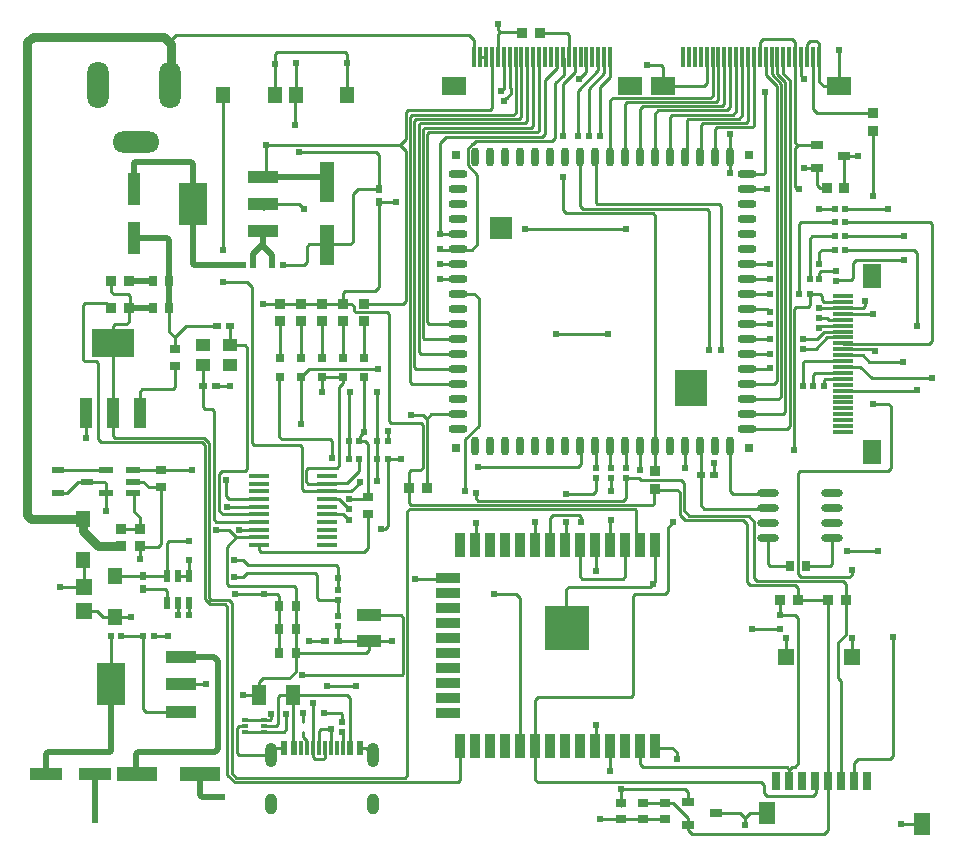
<source format=gtl>
G04 Layer: TopLayer*
G04 EasyEDA Pro v2.2.40.8, 2026-02-04 13:14:46*
G04 Gerber Generator version 0.3*
G04 Scale: 100 percent, Rotated: No, Reflected: No*
G04 Dimensions in millimeters*
G04 Leading zeros omitted, absolute positions, 4 integers and 5 decimals*
G04 Generated by one-click*
%FSLAX45Y45*%
%MOMM*%
%ADD10R,0.9X0.8*%
%ADD11R,0.8X0.9*%
%ADD12R,0.79009X0.54*%
%ADD13R,0.3X1.8*%
%ADD14R,2.0X1.5*%
%ADD15R,0.8X0.8*%
%ADD16R,1.0X0.8*%
%ADD17R,0.56566X0.54*%
%ADD18R,0.8652X0.80648*%
%ADD19R,0.86401X0.80648*%
%ADD20R,0.80648X0.86401*%
%ADD21R,0.54X0.56566*%
%ADD22O,1.74201X0.36401*%
%ADD23O,1.6118X0.7318*%
%ADD24O,0.7318X1.6118*%
%ADD25R,1.98X1.98*%
%ADD26R,2.67X3.02*%
%ADD27R,0.635X0.635*%
%ADD28R,1.3X1.05*%
%ADD29R,1.1X2.79999*%
%ADD30R,2.49999X1.1*%
%ADD31R,2.34X3.59999*%
%ADD32R,2.79999X1.1*%
%ADD33R,1.2X3.49999*%
%ADD34R,3.49999X1.2*%
%ADD35R,0.6X1.15001*%
%ADD36R,0.3X1.15001*%
%ADD37O,1.0X1.8*%
%ADD38O,1.0X2.1*%
%ADD39R,0.5X0.3*%
%ADD40R,1.1X2.49999*%
%ADD41R,3.59999X2.34*%
%ADD42R,0.532X1.07201*%
%ADD43R,1.157X0.48999*%
%ADD44R,1.175X0.48999*%
%ADD45O,1.865X0.63*%
%ADD46R,1.23X1.35999*%
%ADD47R,1.07X0.6*%
%ADD48R,2.0X1.0*%
%ADD49O,1.8X3.99999*%
%ADD50O,3.99999X1.8*%
%ADD51R,0.8X1.5*%
%ADD52R,1.4X1.4*%
%ADD53R,1.4X1.9*%
%ADD54R,1.19009X1.72799*%
%ADD55R,1.2X1.4*%
%ADD56R,1.8X0.3*%
%ADD57R,1.5X2.0*%
%ADD58R,1.35001X1.41*%
%ADD59R,0.54X0.79009*%
%ADD60R,0.9X2.0*%
%ADD61R,2.0X0.9*%
%ADD62R,3.69999X3.69999*%
%ADD63C,0.61*%
%ADD64C,0.254*%
%ADD65C,0.508*%
%ADD66C,0.762*%
G75*


G04 Pad Start*
G54D10*
G01X18415000Y5078882D03*
G01X18415000Y4938878D03*
G54D11*
G01X17804282Y4155440D03*
G01X17664278Y4155440D03*
G54D12*
G01X17245228Y6527800D03*
G01X17136212Y6527800D03*
G01X17123308Y6019800D03*
G01X17014292Y6019800D03*
G01X21339708Y5267960D03*
G01X21230692Y5267960D03*
G54D13*
G01X19313208Y8809292D03*
G01X19363220Y8809292D03*
G01X19413207Y8809292D03*
G01X19463220Y8809292D03*
G01X19513207Y8809292D03*
G01X19563220Y8809292D03*
G01X19613207Y8809292D03*
G01X19663220Y8809292D03*
G01X19713207Y8809292D03*
G01X19763219Y8809292D03*
G01X19813207Y8809292D03*
G01X19863219Y8809292D03*
G54D14*
G01X20633195Y8564309D03*
G01X19143205Y8564309D03*
G54D13*
G01X19913206Y8809292D03*
G01X19963194Y8809292D03*
G01X20013206Y8809292D03*
G01X20063193Y8809292D03*
G01X20113206Y8809292D03*
G01X20163193Y8809292D03*
G01X20213206Y8809292D03*
G01X20263193Y8809292D03*
G01X20313206Y8809292D03*
G01X20363193Y8809292D03*
G01X20413205Y8809292D03*
G01X20463193Y8809292D03*
G54D15*
G01X18380850Y6094948D03*
G01X18380164Y6254867D03*
G01X18203050Y6094948D03*
G01X18202364Y6254867D03*
G01X18025250Y6094948D03*
G01X18024564Y6254867D03*
G01X17669650Y6094948D03*
G01X17668964Y6254867D03*
G01X17847450Y6094948D03*
G01X17846764Y6254867D03*
G54D16*
G01X22216679Y7870439D03*
G01X22446681Y7965435D03*
G01X22216679Y8060441D03*
G54D17*
G01X18254878Y5405120D03*
G01X18341442Y5405120D03*
G54D19*
G01X18380512Y6720152D03*
G01X18380512Y6569479D03*
G01X18202712Y6720152D03*
G01X18202712Y6569479D03*
G01X18024912Y6720152D03*
G01X18024912Y6569479D03*
G54D17*
G01X18341442Y5552440D03*
G01X18254878Y5552440D03*
G54D20*
G01X18761304Y5161280D03*
G01X18911976Y5161280D03*
G01X22307144Y4206240D03*
G01X22457816Y4206240D03*
G01X22051416Y4206240D03*
G01X21900744Y4206240D03*
G54D19*
G01X16322040Y4664304D03*
G01X16322040Y4814976D03*
G01X20843240Y5151984D03*
G01X20843240Y5302656D03*
G54D20*
G01X19716344Y9011920D03*
G01X19867016Y9011920D03*
G54D21*
G01X20340320Y5326482D03*
G01X20340320Y5239918D03*
G01X20467320Y5326482D03*
G01X20467320Y5239918D03*
G01X20594320Y5326482D03*
G01X20594320Y5239918D03*
G54D17*
G01X18493638Y5405120D03*
G01X18580202Y5405120D03*
G01X18580202Y5552440D03*
G01X18493638Y5552440D03*
G54D19*
G01X17669312Y6720152D03*
G01X17669312Y6569479D03*
G01X17847112Y6720152D03*
G01X17847112Y6569479D03*
G54D22*
G01X18067096Y4675734D03*
G01X18067096Y4740732D03*
G01X18067096Y4805731D03*
G01X18067096Y4870729D03*
G01X18067096Y4935753D03*
G01X18067096Y5000752D03*
G01X18067096Y5065751D03*
G01X18067096Y5130749D03*
G01X18067096Y5195748D03*
G01X18067096Y5260746D03*
G01X17492904Y4675734D03*
G01X17492904Y4740732D03*
G01X17492904Y4805731D03*
G01X17492904Y4870729D03*
G01X17492904Y4935753D03*
G01X17492904Y5000752D03*
G01X17492904Y5065751D03*
G01X17492904Y5130749D03*
G01X17492904Y5195748D03*
G01X17492904Y5260746D03*
G54D23*
G01X19176280Y7815580D03*
G01X19176280Y7688580D03*
G01X19176280Y7561580D03*
G01X19176280Y7434580D03*
G01X19176280Y7307580D03*
G01X19176280Y7180580D03*
G01X19176280Y7053580D03*
G01X19176280Y6926580D03*
G01X19176280Y6799580D03*
G01X19176280Y6672580D03*
G01X19176280Y6545580D03*
G01X19176280Y6418580D03*
G01X19176280Y6291580D03*
G01X19176280Y6164580D03*
G01X19176280Y6037580D03*
G01X19176280Y5910580D03*
G01X19176280Y5783580D03*
G01X19176280Y5656580D03*
G54D24*
G01X19321780Y5511080D03*
G01X19448780Y5511080D03*
G01X19575780Y5511080D03*
G01X19702780Y5511080D03*
G01X19829780Y5511080D03*
G01X19956780Y5511080D03*
G01X20083780Y5511080D03*
G01X20210780Y5511080D03*
G01X20337780Y5511080D03*
G01X20464780Y5511080D03*
G01X20591780Y5511080D03*
G01X20718780Y5511080D03*
G01X20845780Y5511080D03*
G01X20972780Y5511080D03*
G01X21099780Y5511080D03*
G01X21226780Y5511080D03*
G01X21353780Y5511080D03*
G01X21480780Y5511080D03*
G54D23*
G01X21626280Y5656580D03*
G01X21626280Y5783580D03*
G01X21626280Y5910580D03*
G01X21626280Y6037580D03*
G01X21626280Y6164580D03*
G01X21626280Y6291580D03*
G01X21626280Y6418580D03*
G01X21626280Y6545580D03*
G01X21626280Y6672580D03*
G01X21626280Y6799580D03*
G01X21626280Y6926580D03*
G01X21626280Y7053580D03*
G01X21626280Y7180580D03*
G01X21626280Y7307580D03*
G01X21626280Y7434580D03*
G01X21626280Y7561580D03*
G01X21626280Y7688580D03*
G01X21626280Y7815580D03*
G54D24*
G01X21480780Y7961080D03*
G01X21353780Y7961080D03*
G01X21226780Y7961080D03*
G01X21099780Y7961080D03*
G01X20972780Y7961080D03*
G01X20845780Y7961080D03*
G01X20718780Y7961080D03*
G01X20591780Y7961080D03*
G01X20464780Y7961080D03*
G01X20337780Y7961080D03*
G01X20210780Y7961080D03*
G01X20083780Y7961080D03*
G01X19956780Y7961080D03*
G01X19829780Y7961080D03*
G01X19702780Y7961080D03*
G01X19575780Y7961080D03*
G01X19448780Y7961080D03*
G01X19321780Y7961080D03*
G54D25*
G01X19537280Y7361080D03*
G54D26*
G01X21148280Y6002080D03*
G54D27*
G01X21639530Y7974330D03*
G01X21639530Y5497830D03*
G01X19163030Y7974330D03*
G01X19163030Y5497830D03*
G54D28*
G01X17014760Y6196460D03*
G01X17244760Y6196460D03*
G01X17244760Y6371460D03*
G01X17014760Y6371460D03*
G54D29*
G01X16428720Y7692847D03*
G01X16428720Y7272833D03*
G54D17*
G01X17355718Y7045960D03*
G01X17442282Y7045960D03*
G01X17604638Y7045960D03*
G01X17691202Y7045960D03*
G54D20*
G01X22447656Y7696200D03*
G01X22296984Y7696200D03*
G54D30*
G01X17523275Y7334123D03*
G01X17523275Y7564120D03*
G01X17523275Y7794117D03*
G54D31*
G01X16929283Y7564120D03*
G54D32*
G01X15685313Y2738120D03*
G01X16105327Y2738120D03*
G54D17*
G01X16512438Y3906520D03*
G01X16599002Y3906520D03*
G01X16238118Y3906520D03*
G01X16324682Y3906520D03*
G54D30*
G01X16832395Y3265043D03*
G01X16832395Y3495040D03*
G01X16832395Y3725037D03*
G54D31*
G01X16238403Y3495040D03*
G54D33*
G01X18064467Y7215853D03*
G01X18064467Y7749837D03*
G54D34*
G01X16990347Y2733027D03*
G01X16456363Y2733027D03*
G54D35*
G01X17703825Y2954045D03*
G01X17783835Y2954045D03*
G01X18343829Y2954045D03*
G01X18263845Y2954045D03*
G54D36*
G01X18198846Y2954045D03*
G01X18148833Y2954045D03*
G01X18098846Y2954045D03*
G01X18048834Y2954045D03*
G01X17998846Y2954045D03*
G01X17948834Y2954045D03*
G01X17898847Y2954045D03*
G01X17848834Y2954045D03*
G54D37*
G01X18455843Y2481555D03*
G01X17591837Y2481555D03*
G54D38*
G01X18455843Y2896540D03*
G01X17591837Y2896540D03*
G54D39*
G01X17534877Y3144520D03*
G01X17374883Y3144520D03*
G01X17374883Y3094520D03*
G01X17374883Y3194520D03*
G01X17534877Y3094520D03*
G01X17534877Y3194520D03*
G54D40*
G01X16026003Y5793925D03*
G01X16256000Y5793925D03*
G01X16485997Y5793925D03*
G54D41*
G01X16256000Y6387917D03*
G54D16*
G01X21364550Y2402840D03*
G01X21124570Y2307844D03*
G01X21124570Y2497836D03*
G54D42*
G01X16709644Y4182770D03*
G01X16804640Y4182770D03*
G01X16899636Y4182770D03*
G01X16899636Y4412590D03*
G01X16804640Y4412590D03*
G01X16709644Y4412590D03*
G54D43*
G01X16427247Y5117084D03*
G01X16427247Y5212080D03*
G01X16427247Y5307076D03*
G54D44*
G01X16196513Y5307076D03*
G01X16196513Y5117084D03*
G54D45*
G01X21802931Y5113244D03*
G01X21802931Y4986244D03*
G01X21802931Y4859244D03*
G01X21802931Y4732244D03*
G01X22339430Y5113244D03*
G01X22339430Y4986244D03*
G01X22339430Y4859244D03*
G01X22339430Y4732244D03*
G54D46*
G01X17185589Y8483600D03*
G01X17622571Y8483600D03*
G01X17800269Y8483600D03*
G01X18237251Y8483600D03*
G54D21*
G01X18196560Y3091078D03*
G01X18196560Y3177642D03*
G54D17*
G01X22456242Y7406640D03*
G01X22369678Y7406640D03*
G01X22456242Y7289800D03*
G01X22369678Y7289800D03*
G01X22456242Y7172960D03*
G01X22369678Y7172960D03*
G01X22456242Y7523480D03*
G01X22369678Y7523480D03*
G54D21*
G01X22372320Y6911238D03*
G01X22372320Y6997802D03*
G54D20*
G01X16390448Y6686187D03*
G01X16239775Y6686187D03*
G01X16239775Y6908800D03*
G01X16390448Y6908800D03*
G54D19*
G01X22692360Y8335416D03*
G01X22692360Y8184744D03*
G54D21*
G01X18161000Y4295242D03*
G01X18161000Y4208678D03*
G01X18161000Y3990238D03*
G01X18161000Y4076802D03*
G54D19*
G01X16479520Y4814976D03*
G01X16479520Y4664304D03*
G54D47*
G01X15788698Y5307263D03*
G01X15788698Y5117271D03*
G01X16035713Y5212267D03*
G54D48*
G01X18425160Y3862553D03*
G01X18425160Y4082567D03*
G54D49*
G01X16128799Y8566125D03*
G01X16738798Y8566125D03*
G54D50*
G01X16448799Y8086115D03*
G54D51*
G01X22641016Y2675021D03*
G01X22531017Y2675021D03*
G01X22421017Y2675021D03*
G01X22311017Y2675021D03*
G01X22201017Y2675021D03*
G01X22091018Y2675021D03*
G01X21981018Y2675021D03*
G01X21871018Y2675024D03*
G54D52*
G01X21956022Y3725019D03*
G01X22516021Y3725019D03*
G54D53*
G01X23106017Y2310018D03*
G01X21791021Y2410021D03*
G54D54*
G01X17493259Y3408680D03*
G01X17782261Y3408680D03*
G54D55*
G01X16271240Y4068293D03*
G01X16271240Y4415307D03*
G01X16002000Y4897907D03*
G01X16002000Y4550893D03*
G54D56*
G01X22432709Y5632768D03*
G01X22432709Y5682780D03*
G01X22432709Y5732767D03*
G01X22432709Y5782780D03*
G01X22432709Y5832767D03*
G01X22432709Y5882780D03*
G01X22432709Y5932767D03*
G01X22432709Y5982780D03*
G01X22432709Y6032767D03*
G01X22432709Y6082779D03*
G01X22432709Y6132767D03*
G01X22432709Y6182779D03*
G54D57*
G01X22677692Y6952755D03*
G01X22677692Y5462765D03*
G54D56*
G01X22432709Y6232766D03*
G01X22432709Y6282754D03*
G01X22432709Y6332766D03*
G01X22432709Y6382753D03*
G01X22432709Y6432766D03*
G01X22432709Y6482753D03*
G01X22432709Y6532766D03*
G01X22432709Y6582753D03*
G01X22432709Y6632766D03*
G01X22432709Y6682753D03*
G01X22432709Y6732765D03*
G01X22432709Y6782753D03*
G54D13*
G01X21081048Y8809292D03*
G01X21131060Y8809292D03*
G01X21181047Y8809292D03*
G01X21231060Y8809292D03*
G01X21281047Y8809292D03*
G01X21331060Y8809292D03*
G01X21381047Y8809292D03*
G01X21431060Y8809292D03*
G01X21481047Y8809292D03*
G01X21531059Y8809292D03*
G01X21581047Y8809292D03*
G01X21631059Y8809292D03*
G54D14*
G01X22401035Y8564309D03*
G01X20911045Y8564309D03*
G54D13*
G01X21681046Y8809292D03*
G01X21731034Y8809292D03*
G01X21781046Y8809292D03*
G01X21831033Y8809292D03*
G01X21881046Y8809292D03*
G01X21931033Y8809292D03*
G01X21981046Y8809292D03*
G01X22031033Y8809292D03*
G01X22081046Y8809292D03*
G01X22131033Y8809292D03*
G01X22181045Y8809292D03*
G01X22231033Y8809292D03*
G54D10*
G01X16657320Y5307482D03*
G01X16657320Y5167478D03*
G54D11*
G01X17804282Y3962400D03*
G01X17664278Y3962400D03*
G01X16592408Y6908800D03*
G01X16732413Y6908800D03*
G01X16732402Y6680200D03*
G01X16592398Y6680200D03*
G54D10*
G01X16779240Y6333642D03*
G01X16779240Y6193638D03*
G01X20929600Y2493162D03*
G01X20929600Y2353158D03*
G01X20741640Y2493162D03*
G01X20741640Y2353158D03*
G01X20553680Y2493162D03*
G01X20553680Y2353158D03*
G54D12*
G01X18159628Y3860800D03*
G01X18050612Y3860800D03*
G54D11*
G01X17804282Y3764280D03*
G01X17664278Y3764280D03*
G54D58*
G01X16007080Y4116400D03*
G01X16007080Y4316400D03*
G54D59*
G01X16504920Y4304132D03*
G01X16504920Y4413148D03*
G54D11*
G01X22125943Y4501104D03*
G01X21985938Y4501104D03*
G54D59*
G01X18506440Y7689748D03*
G01X18506440Y7580732D03*
G54D60*
G01X20844980Y2975229D03*
G01X20717980Y2975229D03*
G01X20590980Y2975229D03*
G01X20463980Y2975229D03*
G01X20336980Y2975229D03*
G01X20209980Y2975229D03*
G01X20082980Y2975229D03*
G01X19955980Y2975229D03*
G01X19828980Y2975229D03*
G01X19701980Y2975229D03*
G01X19574980Y2975229D03*
G01X19447980Y2975229D03*
G01X19320980Y2975229D03*
G01X19193980Y2975229D03*
G54D61*
G01X19093980Y3253740D03*
G01X19093980Y3380740D03*
G01X19093980Y3507740D03*
G01X19093980Y3634740D03*
G01X19093980Y3761740D03*
G01X19093980Y3888740D03*
G01X19093980Y4015740D03*
G01X19093980Y4142740D03*
G01X19093980Y4269740D03*
G01X19093980Y4396740D03*
G54D60*
G01X19193980Y4675251D03*
G01X19320980Y4675251D03*
G01X19447980Y4675251D03*
G01X19574980Y4675251D03*
G01X19701980Y4675251D03*
G01X19828980Y4675251D03*
G01X19955980Y4675251D03*
G01X20082980Y4675251D03*
G01X20209980Y4675251D03*
G01X20336980Y4675251D03*
G01X20463980Y4675251D03*
G01X20590980Y4675251D03*
G01X20717980Y4675251D03*
G01X20844980Y4675251D03*
G54D62*
G01X20094994Y3975227D03*
G04 Pad End*

G04 Via Start*
G54D63*
G01X16403842Y4063193D03*
G01X18161000Y4399631D03*
G01X16479520Y4554419D03*
G01X16804640Y4085153D03*
G01X16026003Y5582920D03*
G01X17246600Y6019800D03*
G01X18105120Y5410200D03*
G01X17847450Y5699760D03*
G01X20462240Y2763520D03*
G01X17825720Y8001000D03*
G01X17622571Y8747760D03*
G01X18237251Y8752840D03*
G01X22108160Y8620760D03*
G01X21772880Y8509000D03*
G01X18025250Y5974080D03*
G01X19019520Y7178040D03*
G01X17805400Y8752840D03*
G01X21478240Y8153400D03*
G01X20773885Y8742680D03*
G01X22401035Y8864600D03*
G01X21346160Y5369560D03*
G01X17317720Y4805731D03*
G01X18252440Y5068722D03*
G01X17216120Y4998720D03*
G01X17947640Y3335040D03*
G01X17526000Y6718300D03*
G01X16921480Y5308600D03*
G01X17213560Y5227320D03*
G01X18100040Y3119120D03*
G01X17795189Y8229651D03*
G01X18252440Y4978400D03*
G01X22565360Y7965435D03*
G01X19542900Y8519300D03*
G01X19512280Y9088120D03*
G01X18648680Y7579360D03*
G01X18501360Y6162040D03*
G01X19024600Y7051040D03*
G01X17856200Y3571371D03*
G01X16901160Y4709160D03*
G01X17287240Y4264841D03*
G01X16901160Y4551680D03*
G01X15803880Y4323080D03*
G01X18613320Y3860800D03*
G01X16196513Y4963160D03*
G01X17124680Y4805680D03*
G01X16732413Y7035800D03*
G01X17546320Y8061960D03*
G01X22062440Y6802120D03*
G01X21818600Y6797040D03*
G01X21818600Y6924040D03*
G01X22153880Y6924040D03*
G01X21818600Y7056120D03*
G01X22235160Y7056120D03*
G01X22153880Y6802120D03*
G01X21818600Y6172200D03*
G01X22230080Y6680200D03*
G01X21818600Y6294120D03*
G01X22230080Y6597993D03*
G01X22230080Y6516713D03*
G01X21818600Y6421120D03*
G01X22092920Y6416040D03*
G01X21818600Y6543040D03*
G01X22092920Y6334760D03*
G01X21818600Y6644640D03*
G01X20378420Y8138160D03*
G01X19827240Y4869160D03*
G01X20284440Y8138160D03*
G01X20187920Y8138160D03*
G01X20086320Y4871680D03*
G01X20218400Y4871680D03*
G01X19563080Y8437880D03*
G01X21097240Y5328920D03*
G01X19237241Y5135880D03*
G01X20467320Y4886960D03*
G01X18252440Y4886960D03*
G01X18521680Y4810760D03*
G01X19024600Y7307580D03*
G01X18257520Y5974080D03*
G01X20995640Y4866640D03*
G01X20467320Y5130800D03*
G01X22509480Y4460240D03*
G01X19344640Y5334000D03*
G01X21402040Y6324600D03*
G01X22092920Y6019800D03*
G01X21300440Y6324600D03*
G01X22179280Y6019800D03*
G01X22951440Y7289800D03*
G01X23185120Y6085840D03*
G01X23058643Y6527800D03*
G01X23058120Y5984240D03*
G01X22270720Y6019800D03*
G01X22951440Y7086600D03*
G01X22941280Y6228080D03*
G01X20060920Y7792720D03*
G01X20060920Y8138160D03*
G01X22692360Y7630160D03*
G01X22692360Y6634480D03*
G01X18780760Y5775960D03*
G01X18342699Y5211089D03*
G01X20718780Y5308600D03*
G01X22854920Y3896360D03*
G01X19024600Y6929120D03*
G01X18491200Y5974080D03*
G01X18582640Y5638800D03*
G01X20088880Y5110480D03*
G01X19324320Y4861560D03*
G01X19324320Y5115560D03*
G01X22103080Y7870439D03*
G01X21478240Y7824719D03*
G01X21788120Y7686040D03*
G01X22062440Y7686040D03*
G01X21900744Y4084320D03*
G01X18493638Y5217160D03*
G01X20340320Y3154680D03*
G01X22235160Y7523480D03*
G01X22621240Y6741160D03*
G01X22235160Y6924040D03*
G01X22819360Y7523480D03*
G01X22016720Y5481320D03*
G01X20340320Y4455160D03*
G01X20203160Y8623481D03*
G01X16901160Y4084320D03*
G01X18380850Y5635965D03*
G01X18689320Y5405120D03*
G01X21666200Y3967480D03*
G01X21899880Y3967480D03*
G01X20553680Y2611541D03*
G01X17185589Y7172960D03*
G01X17185589Y6898640D03*
G01X22692360Y5872480D03*
G01X17282160Y4404360D03*
G01X17139920Y3398520D03*
G01X17358360Y3403600D03*
G01X16105327Y2346960D03*
G01X16723784Y3906520D03*
G01X21605240Y2306320D03*
G01X20380960Y2357120D03*
G01X17038320Y3495040D03*
G01X22727920Y4627880D03*
G01X22468840Y4627880D03*
G01X22702520Y6314440D03*
G01X20594320Y7350760D03*
G01X19740880Y7350760D03*
G01X17871440Y7523480D03*
G01X17282160Y4546600D03*
G01X21026120Y2865120D03*
G01X17723860Y3241040D03*
G01X17592040Y3241040D03*
G01X17866360Y3256280D03*
G01X18811240Y4391660D03*
G01X17917160Y3860800D03*
G01X17532315Y4264841D03*
G01X18039080Y3256280D03*
G01X18069560Y3484880D03*
G01X18313400Y3484880D03*
G01X22926040Y2316480D03*
G01X21955760Y3891280D03*
G01X22516021Y3891280D03*
G01X19481800Y4262120D03*
G01X20823333Y4343813D03*
G01X20005040Y6461760D03*
G01X20447000Y6461760D03*
G01X17175480Y2540000D03*
G04 Via End*

G04 Track Start*
G54D64*
G01X21229320Y7963620D02*
G01X21226780Y7961080D01*
G01X21112480Y7973780D02*
G01X21099780Y7961080D01*
G01X21281047Y8809292D02*
G01X21281047Y8586127D01*
G01X19663220Y8809292D02*
G01X19663220Y8334820D01*
G01X19644361Y8315961D01*
G01X19713207Y8809292D02*
G01X19713207Y8298447D01*
G01X19695240Y8280480D01*
G01X17669312Y6569479D02*
G01X17669312Y6255215D01*
G01X17668964Y6254867D01*
G01X17846764Y6254867D02*
G01X17847112Y6255215D01*
G01X17847112Y6569479D01*
G01X18024912Y6569479D02*
G01X18024912Y6255215D01*
G01X18024564Y6254867D01*
G01X18202364Y6254867D02*
G01X18202364Y6569131D01*
G01X18202712Y6569479D01*
G01X18380512Y6569479D02*
G01X18380512Y6255215D01*
G01X18380164Y6254867D01*
G01X18392370Y5552440D02*
G01X18341442Y5552440D01*
G01X18416338Y5528472D02*
G01X18392370Y5552440D01*
G01X18493638Y5552440D02*
G01X18493638Y5405120D01*
G01X18254878Y5405120D02*
G01X18254878Y5552440D01*
G01X18068316Y5196967D02*
G01X18067096Y5195748D01*
G01X18344937Y5555935D02*
G01X18341442Y5552440D01*
G54D65*
G01X16592398Y6680200D02*
G01X16396434Y6680200D01*
G01X16390448Y6686187D01*
G54D64*
G01X16256000Y6530174D02*
G01X16269211Y6543385D01*
G01X16368955Y6543385D01*
G01X16389355Y6563785D01*
G01X16389355Y6685094D01*
G01X16390448Y6686187D01*
G01X16732402Y6680200D02*
G01X16733317Y6679286D01*
G01X16781767Y6433733D02*
G01X16781767Y6408333D01*
G01X16779240Y6405806D01*
G01X16779240Y6333642D01*
G01X17136212Y6527800D02*
G01X16875834Y6527800D01*
G01X16781767Y6433733D01*
G01X16733317Y6679286D02*
G01X16733317Y6482184D01*
G01X16781767Y6433733D01*
G01X17014292Y6019800D02*
G01X17014292Y6195992D01*
G01X17014760Y6196460D01*
G01X16503814Y5992578D02*
G01X16485997Y5974761D01*
G01X16485997Y5793925D01*
G01X16779240Y6193638D02*
G01X16779240Y6013001D01*
G01X16758817Y5992578D01*
G01X16503814Y5992578D01*
G01X15788698Y5117271D02*
G01X15863111Y5117271D01*
G01X15958107Y5212267D01*
G01X16197810Y5118380D02*
G01X16196513Y5117084D01*
G01X16182509Y5212267D02*
G01X16197810Y5196967D01*
G01X16197810Y5118380D01*
G01X16482363Y4661460D02*
G01X16479520Y4664304D01*
G01X16657320Y5167478D02*
G01X16657320Y4682365D01*
G01X16636415Y4661460D01*
G01X16482363Y4661460D01*
G01X16120662Y4116400D02*
G01X16007080Y4116400D01*
G01X16273399Y4413148D02*
G01X16271240Y4415307D01*
G01X16709085Y4413148D02*
G01X16709644Y4412590D01*
G01X16504920Y4304132D02*
G01X16697940Y4304132D01*
G01X16712916Y4289156D01*
G01X16712916Y4186043D01*
G01X16709644Y4182770D01*
G01X18161000Y4295242D02*
G01X18161000Y4399631D01*
G01X16173869Y4063193D02*
G01X16120662Y4116400D01*
G01X18161000Y4208678D02*
G01X18161000Y4076802D01*
G01X18159628Y3860800D02*
G01X18161000Y3862172D01*
G01X18161000Y3990238D01*
G01X16403842Y4063193D02*
G01X16173869Y4063193D01*
G01X16196513Y5307076D02*
G01X15788886Y5307076D01*
G01X15788698Y5307263D01*
G54D66*
G01X16002000Y4897907D02*
G01X15564333Y4897907D01*
G01X15529560Y4932680D01*
G01X16322040Y4664304D02*
G01X16127841Y4664304D01*
G01X16002000Y4790144D01*
G01X16002000Y4897907D01*
G54D64*
G01X16427247Y5212080D02*
G01X16510000Y5212080D01*
G01X16555720Y5166360D01*
G01X16656202Y5166360D01*
G01X16657320Y5167478D01*
G01X16026003Y5793925D02*
G01X16026003Y5582920D01*
G01X17123308Y6019800D02*
G01X17246600Y6019800D01*
G01X17245228Y6527800D02*
G01X17245228Y6371928D01*
G01X18171160Y5350650D02*
G01X18149430Y5328920D01*
G01X18203050Y6045200D02*
G01X18171160Y6013310D01*
G01X18171160Y5350650D01*
G01X18025250Y6094948D02*
G01X18203050Y6094948D01*
G01X18203050Y6045200D01*
G01X17622571Y8483600D02*
G01X17622571Y8747760D01*
G01X18237251Y8483600D02*
G01X18237251Y8752840D01*
G01X22231033Y8599488D02*
G01X22270720Y8559800D01*
G01X22396526Y8559800D01*
G01X22401035Y8564309D01*
G01X21628820Y5908040D02*
G01X21626280Y5910580D01*
G01X21628820Y5781040D02*
G01X21626280Y5783580D01*
G01X22081046Y8809292D02*
G01X22081046Y8647875D01*
G01X22108160Y8620760D01*
G01X18770640Y6055320D02*
G01X18788380Y6037580D01*
G01X19176280Y6037580D01*
G01X18806240Y6182280D02*
G01X18823940Y6164580D01*
G01X19176280Y6164580D01*
G01X18841840Y6309240D02*
G01X18859500Y6291580D01*
G01X19176280Y6291580D01*
G01X18877440Y6431120D02*
G01X18889980Y6418580D01*
G01X19176280Y6418580D01*
G01X18913039Y6563161D02*
G01X18930620Y6545580D01*
G01X19176280Y6545580D01*
G01X18928080Y8168640D02*
G01X18913039Y8153599D01*
G01X18913039Y6563161D01*
G01X19863219Y8809292D02*
G01X19863219Y8184299D01*
G01X19847560Y8168640D01*
G01X18928080Y8168640D01*
G01X19813207Y8809292D02*
G01X19813207Y8225727D01*
G01X19796760Y8209280D01*
G01X19763219Y8809292D02*
G01X19763219Y8262099D01*
G01X19746000Y8244880D01*
G01X22126166Y4500880D02*
G01X22125943Y4501104D01*
G01X21985938Y4501104D02*
G01X21980634Y4495800D01*
G01X21821321Y4495800D01*
G01X21803360Y4513761D01*
G01X21803360Y4731814D01*
G01X21802931Y4732244D01*
G01X22339430Y4732244D02*
G01X22339430Y4513710D01*
G01X22326600Y4500880D01*
G01X22126166Y4500880D01*
G01X17805400Y8488731D02*
G01X17805400Y8752840D01*
G01X17669650Y6094948D02*
G01X17664570Y6089868D01*
G01X18089880Y5572760D02*
G01X18105120Y5557520D01*
G01X18105120Y5410200D01*
G01X22401035Y8564309D02*
G01X22401035Y8864600D01*
G01X19892416Y9011920D02*
G01X20096480Y9011920D01*
G01X20113206Y8995194D01*
G01X20113206Y8809292D01*
G01X19867016Y9037320D02*
G01X19892416Y9011920D01*
G01X20337780Y5511080D02*
G01X20340320Y5508540D01*
G01X20845780Y5511080D02*
G01X20845780Y5295036D01*
G01X20843240Y5292496D01*
G01X21230692Y5267960D02*
G01X21230692Y5507168D01*
G01X21226780Y5511080D01*
G01X21339708Y5267960D02*
G01X21346160Y5274412D01*
G01X21346160Y5369560D01*
G01X18416338Y5090381D02*
G01X18416338Y5528472D01*
G01X17386481Y5321481D02*
G01X17368520Y5303520D01*
G01X17386481Y6347279D02*
G01X17386481Y5321481D01*
G01X17368520Y6365240D02*
G01X17386481Y6347279D01*
G01X17250980Y6365240D02*
G01X17368520Y6365240D01*
G01X17244760Y6371460D02*
G01X17250980Y6365240D01*
G01X16657320Y5307482D02*
G01X16427653Y5307482D01*
G01X16427247Y5307076D01*
G01X16921480Y5308600D02*
G01X16658438Y5308600D01*
G01X16657320Y5307482D01*
G01X17527852Y6720152D02*
G01X17526000Y6718300D01*
G01X18100040Y3119120D02*
G01X18100040Y3000959D01*
G01X18098846Y2999765D01*
G01X18068087Y5064760D02*
G01X18067096Y5065751D01*
G01X18025250Y6094948D02*
G01X18025250Y5974080D01*
G01X21480780Y5511080D02*
G01X21480780Y5133340D01*
G01X21503640Y5110480D01*
G01X21800167Y5110480D02*
G01X21802931Y5113244D01*
G01X21503640Y5110480D02*
G01X21800167Y5110480D01*
G01X19696951Y9017927D02*
G01X19531673Y9017927D01*
G01X19513207Y8999461D01*
G01X19513207Y8809292D01*
G01X19531673Y9017927D02*
G01X19512280Y9037320D01*
G01X19512280Y9088120D01*
G01X18648680Y7579360D02*
G01X18507812Y7579360D01*
G01X18506440Y7580732D01*
G01X18571781Y6651928D02*
G01X18589742Y6633967D01*
G01X18274245Y6720151D02*
G01X18293080Y6701315D01*
G01X18202712Y6720152D02*
G01X18274245Y6720151D01*
G01X18306112Y6651928D02*
G01X18571781Y6651928D01*
G01X18293080Y6664960D02*
G01X18306112Y6651928D01*
G01X18293080Y6701315D02*
G01X18293080Y6664960D01*
G01X17847450Y6094948D02*
G01X17915350Y6162848D01*
G01X18432406Y6162848D01*
G01X18433215Y6162040D01*
G01X18501360Y6162040D01*
G01X19024600Y7051040D02*
G01X19173740Y7051040D01*
G01X19176280Y7053580D01*
G01X17298492Y4740732D02*
G01X17492904Y4740732D01*
G01X17664278Y4155440D02*
G01X17664278Y4246880D01*
G01X16899636Y4550156D02*
G01X16901160Y4551680D01*
G01X15803880Y4323080D02*
G01X16000400Y4323080D01*
G01X16007080Y4316400D01*
G01X16007080Y4545813D01*
G01X16002000Y4550893D01*
G01X16427247Y5117084D02*
G01X16433800Y5110531D01*
G01X16433800Y4958080D01*
G01X16479520Y4912360D01*
G01X16479520Y4814976D01*
G01X16322040Y4814976D01*
G01X16196513Y5117084D02*
G01X16196513Y4963160D01*
G54D65*
G01X16592408Y6908800D02*
G01X16390448Y6908800D01*
G54D64*
G01X17124680Y4805680D02*
G01X17233544Y4805680D01*
G01X17298492Y4740732D01*
G01X19463220Y8632660D02*
G01X19463679Y8633119D01*
G01X19463679Y8808833D01*
G01X19463220Y8809292D01*
G01X19463220Y8414220D02*
G01X19463220Y8632660D01*
G01X19463403Y8414037D02*
G01X19463220Y8414220D01*
G01X18684240Y8061960D02*
G01X18735040Y8112760D01*
G01X18684240Y8061960D02*
G01X18735040Y8011160D01*
G01X18735040Y6741160D01*
G01X18714032Y6720152D01*
G01X18380512Y6720152D01*
G01X19448346Y8359321D02*
G01X19463403Y8374377D01*
G01X19463403Y8414037D01*
G01X21281047Y8586127D02*
G01X21259229Y8564309D01*
G01X20911045Y8564309D01*
G01X21781046Y8809292D02*
G01X21781046Y8658314D01*
G01X21881046Y8809292D02*
G01X21881046Y8659914D01*
G01X21931033Y8809292D02*
G01X21931033Y8665807D01*
G01X21831033Y8809292D02*
G01X21831033Y8659581D01*
G01X22369678Y7406640D02*
G01X22364598Y7411720D01*
G01X22369678Y7289800D02*
G01X22174200Y7289800D01*
G01X22153880Y7269480D01*
G01X22153880Y6924040D01*
G01X22364598Y7411720D02*
G01X22077680Y7411720D01*
G01X22062440Y7396480D01*
G01X22062440Y6802120D01*
G01X22369678Y7172960D02*
G01X22255480Y7172960D01*
G01X22235160Y7152640D01*
G01X22235160Y7056120D01*
G01X21958300Y5656580D02*
G01X21626280Y5656580D01*
G01X22232633Y6682753D02*
G01X22230080Y6680200D01*
G01X21818600Y6172200D02*
G01X21810980Y6164580D01*
G01X21626280Y6164580D01*
G01X21818600Y6294120D02*
G01X21816060Y6291580D01*
G01X21626280Y6291580D01*
G01X22432709Y6532766D02*
G01X22246133Y6532766D01*
G01X22230080Y6516713D01*
G01X21628820Y6421120D02*
G01X21626280Y6418580D01*
G01X21818600Y6421120D02*
G01X21628820Y6421120D01*
G01X21628820Y6543040D02*
G01X21626280Y6545580D01*
G01X21818600Y6543040D02*
G01X21628820Y6543040D01*
G01X21818600Y6644640D02*
G01X21790660Y6672580D01*
G01X21626280Y6672580D01*
G01X21431060Y8809292D02*
G01X21431060Y8409028D01*
G01X21412240Y8390209D01*
G01X21631059Y8809292D02*
G01X21631059Y8263588D01*
G01X21615280Y8247809D01*
G01X21681046Y8809292D02*
G01X21681046Y8227215D01*
G01X21666040Y8212209D01*
G01X20607649Y8425809D02*
G01X20591780Y8409940D01*
G01X20591780Y7961080D01*
G01X21412240Y8390209D02*
G01X20744769Y8390209D01*
G01X20718780Y8364220D01*
G01X20718780Y7961080D01*
G01X20871729Y8354609D02*
G01X20845780Y8328660D01*
G01X20845780Y7961080D01*
G01X20988529Y8319009D02*
G01X20972780Y8303260D01*
G01X20972780Y7961080D01*
G01X21125649Y8283409D02*
G01X21112480Y8270240D01*
G01X21112480Y7973780D01*
G01X21615280Y8247809D02*
G01X21247529Y8247809D01*
G01X21229320Y8229600D01*
G01X21229320Y7963620D01*
G01X21666040Y8212209D02*
G01X21369409Y8212209D01*
G01X21353780Y8196580D01*
G01X21353780Y7961080D01*
G01X21478240Y7963620D02*
G01X21478240Y8153400D01*
G01X21480780Y7961080D02*
G01X21478240Y7963620D01*
G01X21581047Y8809292D02*
G01X21581047Y8312087D01*
G01X21552369Y8283409D01*
G01X21125649Y8283409D01*
G01X21531059Y8809292D02*
G01X21531059Y8348459D01*
G01X21501609Y8319009D01*
G01X20988529Y8319009D01*
G01X21481047Y8809292D02*
G01X21481047Y8379727D01*
G01X21455929Y8354609D01*
G01X20871729Y8354609D01*
G01X21331060Y8809292D02*
G01X21331060Y8478660D01*
G01X21313809Y8461409D01*
G01X21381047Y8809292D02*
G01X21381047Y8442287D01*
G01X21364569Y8425809D01*
G01X20607649Y8425809D01*
G01X20340320Y5508540D02*
G01X20340320Y5326482D01*
G01X20464780Y5511080D02*
G01X20464780Y5329022D01*
G01X20467320Y5326482D01*
G01X20594320Y5508540D02*
G01X20591780Y5511080D01*
G01X20594320Y5326482D02*
G01X20594320Y5508540D01*
G01X19587270Y8460760D02*
G01X19585960Y8460760D01*
G01X19563080Y8437880D01*
G01X19613207Y8809292D02*
G01X19613207Y8551623D01*
G01X19176280Y5783580D02*
G01X18950940Y5783580D01*
G01X18911976Y5744616D02*
G01X18911976Y5161280D01*
G01X18950940Y5783580D02*
G01X18911976Y5744616D01*
G01X19313033Y6803110D02*
G01X19179812Y6803111D01*
G01X19350810Y6765333D02*
G01X19313033Y6803110D01*
G01X19179812Y6803111D02*
G01X19176281Y6799580D01*
G01X19075360Y8133040D02*
G01X19024600Y8082280D01*
G01X19024600Y7307580D01*
G01X19176280Y7307580D01*
G01X18257520Y5974080D02*
G01X18254878Y5971438D01*
G01X18254878Y5552440D01*
G01X19829671Y2689969D02*
G01X19849699Y2669941D01*
G01X20467320Y5130800D02*
G01X20467320Y5239918D01*
G01X19852640Y3388360D02*
G01X19829671Y3365391D01*
G01X21313809Y8461409D02*
G01X20485769Y8461409D01*
G01X20464780Y8440420D01*
G01X20464780Y7961080D01*
G01X20337780Y7961080D02*
G01X20340320Y7958540D01*
G01X22432709Y6132767D02*
G01X22195727Y6132767D01*
G01X22179280Y6116320D01*
G01X22179280Y6019800D01*
G01X20340320Y7958540D02*
G01X20340320Y7574280D01*
G01X20355560Y7559040D01*
G01X21386800Y7559040D01*
G01X21402040Y7543800D01*
G01X21402040Y6324600D01*
G01X21818600Y6797040D02*
G01X21628820Y6797040D01*
G01X21626280Y6799580D01*
G01X21818600Y6924040D02*
G01X21816060Y6926580D01*
G01X21626280Y6926580D01*
G01X21818600Y7056120D02*
G01X21816060Y7053580D01*
G01X21626280Y7053580D01*
G01X22434982Y6380480D02*
G01X22432709Y6382753D01*
G01X23185120Y6400800D02*
G01X23164800Y6380480D01*
G01X22434982Y6380480D01*
G01X23058120Y5984240D02*
G01X23056660Y5982780D01*
G01X22432709Y5982780D01*
G01X22456242Y7406640D02*
G01X23174960Y7406640D01*
G01X23185120Y7396480D01*
G01X23185120Y6400800D01*
G01X22456242Y7172960D02*
G01X23032720Y7172960D01*
G01X23058643Y7147037D01*
G01X23058643Y6527800D01*
G01X22432709Y6582753D02*
G01X22317367Y6582753D01*
G01X22377400Y6916318D02*
G01X22499320Y6916318D01*
G01X22520961Y6937959D01*
G01X22372320Y6911238D02*
G01X22377400Y6916318D01*
G01X22520961Y6937959D02*
G01X22520961Y7059879D01*
G01X22547682Y7086600D01*
G01X21760180Y7815580D02*
G01X21626280Y7815580D01*
G01X20013206Y8809292D02*
G01X20013206Y8710206D01*
G01X19913600Y8610600D01*
G01X19913600Y8158480D01*
G01X19888160Y8133040D01*
G01X19075360Y8133040D01*
G01X20210780Y7961080D02*
G01X20210780Y7546300D01*
G01X20233640Y7523440D01*
G01X20845780Y7465060D02*
G01X20845780Y5511080D01*
G01X20823000Y7487840D02*
G01X20845780Y7465060D01*
G01X20086320Y7487840D02*
G01X20823000Y7487840D01*
G01X20233640Y7523440D02*
G01X21280160Y7523440D01*
G01X21300440Y7503160D01*
G01X21300440Y6324600D01*
G01X20060920Y8138160D02*
G01X20060920Y8575040D01*
G01X20163193Y8677313D01*
G01X20163193Y8809292D01*
G01X20284440Y8138160D02*
G01X20284440Y8539480D01*
G01X20413205Y8668245D01*
G01X20413205Y8809292D01*
G01X20187920Y8138160D02*
G01X20187920Y8519160D01*
G01X20363193Y8694433D01*
G01X20363193Y8809292D01*
G01X20378420Y8138160D02*
G01X20378420Y8552180D01*
G01X20463193Y8636953D01*
G01X20463193Y8809292D01*
G01X22692360Y6634480D02*
G01X22434423Y6634480D01*
G01X22432709Y6632766D01*
G01X18341442Y5405120D02*
G01X18341442Y5306162D01*
G01X18232247Y5196967D01*
G01X18068316Y5196967D01*
G01X18780760Y5775960D02*
G01X18880633Y5775960D01*
G01X18911976Y5744616D01*
G01X18415000Y5078882D02*
G01X18404840Y5068722D01*
G01X18252440Y5068722D01*
G01X18269609Y5130749D02*
G01X18067096Y5130749D01*
G01X18252440Y4886960D02*
G01X18203647Y4935753D01*
G01X18067096Y4935753D01*
G01X16399443Y6695182D02*
G01X16390448Y6686187D01*
G01X16384203Y6797040D02*
G01X16399443Y6781800D01*
G01X16399443Y6695182D01*
G01X20718780Y5511080D02*
G01X20718780Y5308600D01*
G01X19176280Y6926580D02*
G01X19173740Y6929120D01*
G01X19024600Y6929120D01*
G01X18491200Y5974080D02*
G01X18491200Y5554878D01*
G01X18493638Y5552440D01*
G01X17847450Y6094948D02*
G01X17847450Y5699760D01*
G01X17546320Y8061960D02*
G01X18684240Y8061960D01*
G01X21097240Y5328920D02*
G01X21097240Y5508540D01*
G01X21099780Y5511080D01*
G01X19324320Y4861560D02*
G01X19324320Y4697875D01*
G01X19321671Y4695226D01*
G01X20594320Y5239918D02*
G01X20594320Y5069840D01*
G01X20576560Y5052080D01*
G01X20467320Y4886960D02*
G01X20464671Y4884311D01*
G01X20464671Y4695226D01*
G01X21478240Y7824719D02*
G01X21480780Y7827259D01*
G01X21480780Y7961080D01*
G01X21788120Y7686040D02*
G01X21785580Y7688580D01*
G01X21626280Y7688580D01*
G01X21230692Y5267960D02*
G01X21230692Y5012588D01*
G01X21259800Y4983480D01*
G01X21800167Y4983480D01*
G01X21802931Y4986244D01*
G01X20340320Y5239918D02*
G01X20340320Y5135880D01*
G01X20314920Y5110480D01*
G01X20088880Y5110480D01*
G01X20675600Y4257040D02*
G01X20660360Y4241800D01*
G01X16239775Y6908800D02*
G01X16239775Y6818345D01*
G01X16261080Y6797040D01*
G01X16384203Y6797040D01*
G01X18589742Y5728218D02*
G01X18605886Y5712074D01*
G01X18589742Y6633967D02*
G01X18589742Y5728218D01*
G01X18557240Y4810760D02*
G01X18521680Y4810760D01*
G01X18580202Y4833722D02*
G01X18557240Y4810760D01*
G01X18342699Y5211089D02*
G01X18342699Y5203839D01*
G01X18269609Y5130749D01*
G01X18252440Y4978400D02*
G01X18166080Y5064760D01*
G01X18068087Y5064760D01*
G01X18493638Y5405120D02*
G01X18493638Y5217160D01*
G01X22369678Y7523480D02*
G01X22235160Y7523480D01*
G01X22372320Y6997802D02*
G01X22253042Y6997802D01*
G01X22235160Y6979920D01*
G01X22235160Y6924040D01*
G01X22317367Y6582753D02*
G01X22302127Y6597993D01*
G01X22230080Y6597993D01*
G01X22621240Y6741160D02*
G01X22621240Y6700520D01*
G01X22603473Y6682753D01*
G01X22456242Y7289800D02*
G01X22951440Y7289800D01*
G01X22456242Y7523480D02*
G01X22819360Y7523480D01*
G01X22547682Y7086600D02*
G01X22951440Y7086600D01*
G01X21781046Y8658314D02*
G01X21877000Y8562360D01*
G01X21877000Y6062980D01*
G01X21851600Y6037580D01*
G01X21626280Y6037580D01*
G01X21831033Y8659581D02*
G01X21912600Y8578014D01*
G01X21912600Y5932393D01*
G01X21888247Y5908040D01*
G01X21628820Y5908040D01*
G01X21881046Y8659914D02*
G01X21948200Y8592760D01*
G01X21948200Y5805433D01*
G01X21923807Y5781040D01*
G01X21628820Y5781040D01*
G01X21931033Y8665807D02*
G01X21983800Y8613040D01*
G01X21983800Y5682080D01*
G01X21958300Y5656580D01*
G01X22153880Y6802120D02*
G01X22153880Y6710680D01*
G01X22135919Y6692719D01*
G01X22035630Y6692719D01*
G01X22019400Y6676489D01*
G01X22255480Y6786880D02*
G01X22240240Y6802120D01*
G01X22153880Y6802120D01*
G01X22432709Y6732765D02*
G01X22273674Y6732765D01*
G01X22255480Y6750959D01*
G01X22255480Y6786880D01*
G01X22432709Y6082779D02*
G01X22282899Y6082779D01*
G01X22270720Y6070600D01*
G01X22270720Y6019800D01*
G01X22092920Y6019800D02*
G01X22092920Y6217920D01*
G01X22107766Y6232766D01*
G01X22432709Y6232766D01*
G01X22019400Y6676489D02*
G01X22019400Y5484000D01*
G01X22016720Y5481320D01*
G01X20208240Y4692795D02*
G01X20208240Y4409440D01*
G01X20226201Y4391479D01*
G01X20574000Y4391479D01*
G01X20591961Y4409440D01*
G01X20591961Y4618736D01*
G01X20591671Y4619026D01*
G01X20591671Y4695226D01*
G01X20210671Y4695226D02*
G01X20208240Y4692795D01*
G01X20337671Y4695226D02*
G01X20340320Y4692576D01*
G01X20340320Y4455160D01*
G01X20210780Y5511080D02*
G01X20213320Y5508540D01*
G01X20213320Y5359400D01*
G01X20203160Y8623481D02*
G01X20263193Y8683513D01*
G01X20263193Y8809292D01*
G01X20086320Y4871680D02*
G01X20086320Y4697875D01*
G01X20083671Y4695226D01*
G01X19827240Y4869160D02*
G01X19829671Y4866729D01*
G01X19829671Y4695226D01*
G01X20218400Y4871680D02*
G01X20218400Y4911110D01*
G01X20199430Y4930080D01*
G01X19979560Y4930080D01*
G01X19956671Y4907191D01*
G01X19956671Y4695226D01*
G01X19324240Y8092360D02*
G01X19974560Y8092360D01*
G01X19999960Y8117760D01*
G01X19999960Y8585200D01*
G01X19019520Y7178040D02*
G01X19022060Y7175500D01*
G01X19257290Y7890367D02*
G01X19257290Y8031793D01*
G01X19295067Y8069570D01*
G01X19301450Y8069570D01*
G01X19324240Y8092360D01*
G01X19999960Y8585200D02*
G01X20070306Y8655546D01*
G01X20070306Y8802179D01*
G01X20063193Y8809292D01*
G01X19022060Y7175500D02*
G01X19291300Y7175500D01*
G01X19339560Y7223760D01*
G01X19339560Y7808097D01*
G01X19257290Y7890367D01*
G01X17795189Y8478520D02*
G01X17795189Y8229651D01*
G01X22131033Y8809292D02*
G01X22131033Y8917953D01*
G01X22156433Y8943353D01*
G01X22209760Y8943353D01*
G01X22231033Y8922080D01*
G01X21731034Y8809292D02*
G01X21731034Y8934514D01*
G01X21756434Y8959914D01*
G01X22005633Y8959914D01*
G01X22031033Y8934514D01*
G01X16804640Y4412590D02*
G01X16899636Y4412590D01*
G01X16899636Y4550156D01*
G01X17298492Y4740732D02*
G01X17216120Y4658360D01*
G01X16901160Y4084320D02*
G01X16901160Y4181246D01*
G01X16899636Y4182770D01*
G01X16154400Y5547320D02*
G01X16129000Y5572720D01*
G01X16199135Y6726827D02*
G01X16239775Y6686187D01*
G01X18159628Y3860800D02*
G01X18423407Y3860800D01*
G01X18425160Y3862553D01*
G01X17998846Y2999765D02*
G01X17998846Y3104286D01*
G01X18013680Y3119120D01*
G01X18100040Y3119120D01*
G01X22181045Y8809292D02*
G01X22181045Y8370075D01*
G01X22215704Y8335416D01*
G01X22641560Y8335416D01*
G01X22692360Y8184744D02*
G01X22692360Y7630160D01*
G01X22057360Y7683500D02*
G01X22059900Y7683500D01*
G01X22062440Y7686040D01*
G01X22031033Y7709827D02*
G01X22057360Y7683500D01*
G01X22216679Y8060441D02*
G01X22051778Y8060441D01*
G01X22031033Y8081186D01*
G01X22051778Y8060441D02*
G01X22031033Y8039696D01*
G01X22031033Y7709827D01*
G01X22103080Y7870439D02*
G01X22216679Y7870439D01*
G01X22446681Y7965435D02*
G01X22447656Y7964460D01*
G01X22447656Y7696200D01*
G01X22565360Y7965435D02*
G01X22446681Y7965435D01*
G01X22237000Y7696200D02*
G01X22211600Y7721600D01*
G01X22211600Y7865360D01*
G01X22296984Y7696200D02*
G01X22237000Y7696200D01*
G01X22211600Y7865360D02*
G01X22216679Y7870439D01*
G01X19363220Y8809292D02*
G01X19413207Y8809292D01*
G01X20060920Y7792720D02*
G01X20060920Y7513240D01*
G01X20086320Y7487840D01*
G01X18379440Y4612640D02*
G01X18415000Y4648200D01*
G01X18415000Y4938878D01*
G01X18580202Y5405120D02*
G01X18580202Y4833722D01*
G01X18689320Y5405120D02*
G01X18580202Y5405120D01*
G54D66*
G01X16687800Y8976360D02*
G01X16743680Y8920480D01*
G01X16743680Y8571006D01*
G01X16738798Y8566125D01*
G54D64*
G01X16789400Y8996680D02*
G01X16743680Y8950960D01*
G01X16743680Y8920480D01*
G01X19313208Y8809292D02*
G01X19313208Y8951913D01*
G01X19268440Y8996680D01*
G01X16789400Y8996680D01*
G54D65*
G01X17523275Y7293483D02*
G01X17523275Y7221035D01*
G01X17442282Y7140042D02*
G01X17442282Y7045960D01*
G01X17523275Y7221035D02*
G01X17442282Y7140042D01*
G01X17604638Y7045960D02*
G01X17604638Y7129882D01*
G01X17523275Y7211245D02*
G01X17523275Y7221035D01*
G01X17604638Y7129882D02*
G01X17523275Y7211245D01*
G54D64*
G01X18481040Y8001000D02*
G01X17825720Y8001000D01*
G01X18506288Y7975752D02*
G01X18481040Y8001000D01*
G54D65*
G01X16929283Y7901757D02*
G01X16911320Y7919720D01*
G54D64*
G01X18327268Y7689748D02*
G01X18506288Y7689748D01*
G01X18506288Y7975752D01*
G01X18288000Y7650480D02*
G01X18327268Y7689748D01*
G54D65*
G01X17355718Y7045960D02*
G01X16941800Y7045960D01*
G01X16929283Y7058477D01*
G54D64*
G01X17185589Y8483600D02*
G01X17185589Y7172960D01*
G01X17185589Y6898640D02*
G01X17388840Y6898640D01*
G01X17429480Y6858000D01*
G01X23185120Y6085840D02*
G01X22677120Y6085840D01*
G01X22580181Y6182779D01*
G01X22432709Y6182779D01*
G01X22432709Y6282754D02*
G01X22602127Y6282754D01*
G01X22656800Y6228080D01*
G01X22941280Y6228080D01*
G01X22057360Y4429760D02*
G01X22082760Y4404360D01*
G01X22057360Y5283200D02*
G01X22057360Y4429760D01*
G01X22075321Y5301161D02*
G01X22057360Y5283200D01*
G01X18425160Y3862553D02*
G01X18425160Y3832073D01*
G01X17664278Y4246880D02*
G01X17646317Y4264841D01*
G01X18425160Y3832073D02*
G01X18425160Y3789680D01*
G01X18399760Y3764280D01*
G01X17804282Y3764280D01*
G54D65*
G01X16832395Y3725037D02*
G01X17108043Y3725037D01*
G54D64*
G01X17072361Y4172653D02*
G01X17030680Y4214334D01*
G01X17785080Y4328160D02*
G01X17804282Y4308958D01*
G01X17804282Y4155440D01*
G01X17835880Y5521960D02*
G01X17853440Y5504400D01*
G01X17429480Y6858000D02*
G01X17429480Y5537200D01*
G01X17444720Y5521960D01*
G01X17835880Y5521960D01*
G01X17664570Y6089868D02*
G01X17664570Y5591670D01*
G01X17683480Y5572760D01*
G01X18089880Y5572760D01*
G54D65*
G01X16428720Y7272833D02*
G01X16714927Y7272833D01*
G01X16732413Y7255347D01*
G01X16732413Y7035800D01*
G54D64*
G01X18264848Y7220928D02*
G01X18288000Y7244080D01*
G01X18288000Y7650480D01*
G01X17893471Y7200071D02*
G01X17914328Y7220928D01*
G01X18264848Y7220928D01*
G01X17691202Y7045960D02*
G01X17871440Y7045960D01*
G01X17893471Y7067991D01*
G01X17893471Y7200071D01*
G01X19613207Y8551623D02*
G01X19627620Y8537211D01*
G01X19627620Y8501109D01*
G01X19587270Y8460760D01*
G01X20660360Y4241800D02*
G01X20660360Y3408680D01*
G01X20640040Y3388360D01*
G01X19852640Y3388360D01*
G54D66*
G01X15529560Y4932680D02*
G01X15529560Y8930640D01*
G01X15575280Y8976360D01*
G01X16687800Y8976360D01*
G54D64*
G01X17030680Y4214334D02*
G01X17030680Y5524520D01*
G01X17007880Y5547320D01*
G01X16154400Y5547320D01*
G54D65*
G01X16238322Y2928722D02*
G01X16230600Y2921000D01*
G01X16238403Y3495040D02*
G01X16238403Y3098940D01*
G01X16238322Y3098579D02*
G01X16238322Y2928722D01*
G01X16238543Y3098800D02*
G01X16238322Y3098579D01*
G54D64*
G01X20845671Y4366151D02*
G01X20845671Y4695226D01*
G01X22082760Y4404360D02*
G01X22489160Y4404360D01*
G01X22509480Y4424680D01*
G01X22509480Y4460240D01*
G01X21124570Y2513076D02*
G01X21124570Y2583790D01*
G01X20553680Y2611541D02*
G01X20553680Y2465222D01*
G01X21124570Y2583790D02*
G01X21096819Y2611541D01*
G01X20553680Y2611541D01*
G01X20741640Y2493162D02*
G01X20929600Y2493162D01*
G01X20934680Y2488082D02*
G01X20996758Y2488082D01*
G01X21119490Y2365350D01*
G01X21119490Y2328164D01*
G01X20929600Y2493162D02*
G01X20934680Y2488082D01*
G01X21119490Y2328164D02*
G01X21124570Y2323084D01*
G01X21605240Y2367280D02*
G01X21605240Y2306320D01*
G01X20549718Y2357120D02*
G01X20380960Y2357120D01*
G01X20553680Y2353158D02*
G01X20549718Y2357120D01*
G01X17492904Y4675734D02*
G01X17492904Y4630496D01*
G01X17510760Y4612640D01*
G01X18379440Y4612640D01*
G01X18506440Y7580732D02*
G01X18506440Y6858000D01*
G01X18475960Y6827520D01*
G01X18221960Y6827520D01*
G01X18202712Y6808272D01*
G01X18202712Y6720152D01*
G01X17038320Y3495040D02*
G01X16832395Y3495040D01*
G01X22727920Y4627880D02*
G01X22468840Y4627880D01*
G01X16129000Y5572720D02*
G01X16129000Y6217920D01*
G01X16109859Y6237061D01*
G01X16013339Y6237061D01*
G01X15996920Y6253480D01*
G01X15996920Y6705600D01*
G01X16018147Y6726827D01*
G01X16199135Y6726827D01*
G54D65*
G01X16911320Y7919720D02*
G01X16443960Y7919720D01*
G01X16428720Y7904480D01*
G01X16428720Y7692847D01*
G54D64*
G01X22432709Y6332766D02*
G01X22684194Y6332766D01*
G01X22702520Y6314440D01*
G01X18399760Y4058920D02*
G01X18420080Y4079240D01*
G01X18712160Y3583920D02*
G01X18704691Y3576451D01*
G01X17861280Y3576451D01*
G01X18399760Y4053840D02*
G01X18399760Y4058920D01*
G01X17861280Y3576451D02*
G01X17856200Y3571371D01*
G01X17853440Y5504400D02*
G01X17853440Y5148800D01*
G01X17871491Y5130749D01*
G01X18067096Y5130749D01*
G01X17889039Y5214800D02*
G01X17908092Y5195748D01*
G01X18067096Y5195748D01*
G01X18149430Y5328920D02*
G01X17907000Y5328920D01*
G01X17889039Y5310959D01*
G01X17889039Y5214800D01*
G01X18420080Y4079240D02*
G01X18694400Y4079240D01*
G01X18712160Y4061480D01*
G01X18712160Y3583920D01*
G01X17962880Y4439920D02*
G01X17983200Y4419600D01*
G01X17983200Y4226560D01*
G01X18001082Y4208678D01*
G01X18161000Y4208678D01*
G01X19342040Y5052120D02*
G01X19324320Y5069840D01*
G01X19324320Y5115560D01*
G01X20576560Y5052080D02*
G01X19342040Y5052120D01*
G01X22839680Y5323840D02*
G01X22817001Y5301161D01*
G01X22075321Y5301161D01*
G01X22692360Y5872480D02*
G01X22819360Y5872480D01*
G01X22839680Y5852160D01*
G01X22839680Y5323840D01*
G01X17014292Y5847080D02*
G01X17032252Y5829119D01*
G01X17014292Y6019800D02*
G01X17014292Y5847080D01*
G01X17032252Y5829119D02*
G01X17091841Y5829119D01*
G01X17109440Y5811520D01*
G01X17109440Y4892040D01*
G01X17130751Y4870729D01*
G01X17492904Y4870729D01*
G01X17216120Y4658360D02*
G01X17216120Y4348480D01*
G01X17236440Y4328160D01*
G01X17785080Y4328160D01*
G01X17388840Y4439920D02*
G01X17962880Y4439920D01*
G01X17393920Y4505960D02*
G01X17353280Y4546600D01*
G01X17282160Y4546600D01*
G01X18161000Y4399631D02*
G01X18161000Y4485640D01*
G01X18140680Y4505960D01*
G01X17393920Y4505960D01*
G01X20845671Y2955254D02*
G01X20991866Y2955254D01*
G01X21026120Y2921000D01*
G01X21026120Y2865120D01*
G01X16804640Y4182770D02*
G01X16804640Y4085153D01*
G01X16723784Y3906520D02*
G01X16599002Y3906520D01*
G01X16238118Y3906520D02*
G01X16238118Y3495324D01*
G01X16238403Y3495040D01*
G01X16324682Y3906520D02*
G01X16512438Y3906520D01*
G01X16512438Y3289402D01*
G01X16536797Y3265043D01*
G01X16832395Y3265043D01*
G54D65*
G01X16230600Y2921000D02*
G01X15702280Y2921000D01*
G01X15685313Y2904033D01*
G01X15685313Y2738120D01*
G01X16105327Y2738120D02*
G01X16105327Y2346960D01*
G01X16451283Y2788907D02*
G01X16507163Y2733027D01*
G01X16469360Y2926080D02*
G01X16451283Y2908003D01*
G01X16451283Y2788907D01*
G54D64*
G01X18049240Y2953639D02*
G01X18048834Y2954045D01*
G01X18034000Y2860040D02*
G01X18049240Y2875280D01*
G01X18049240Y2953639D01*
G01X17948834Y2879166D02*
G01X17967960Y2860040D01*
G01X18034000Y2860040D01*
G01X17783835Y2954045D02*
G01X17782261Y2955620D01*
G01X20462240Y2763520D02*
G01X20462240Y2952824D01*
G01X20464671Y2955254D01*
G01X18582640Y5554878D02*
G01X18582640Y5638800D01*
G01X18580202Y5552440D02*
G01X18582640Y5554878D01*
G01X17866360Y3091078D02*
G01X17866360Y3048477D01*
G01X17896840Y3017997D01*
G01X17896840Y2956052D01*
G01X17898847Y2954045D01*
G01X18201640Y3091078D02*
G01X18198846Y3088284D01*
G01X18198846Y2954045D01*
G01X17591837Y2925877D02*
G01X17591837Y2896540D01*
G01X17703825Y2954045D02*
G01X17620005Y2954045D01*
G01X17591837Y2925877D01*
G54D65*
G01X17114520Y2926080D02*
G01X16469360Y2926080D01*
G54D64*
G01X17723860Y3241040D02*
G01X17723860Y3118860D01*
G01X17699520Y3094520D01*
G01X17592040Y3241040D02*
G01X17592040Y3205119D01*
G01X17581441Y3194520D01*
G01X17782261Y2955620D02*
G01X17782261Y3388360D01*
G01X17650440Y3157200D02*
G01X17637760Y3144520D01*
G01X17534877Y3144520D01*
G01X17285874Y2668820D02*
G01X17223509Y2731185D01*
G01X17223605Y4154691D01*
G01X17205644Y4172653D01*
G01X17072361Y4172653D01*
G01X17374883Y3144520D02*
G01X17322800Y3144520D01*
G01X17304839Y3126559D01*
G01X17304839Y2913561D01*
G01X17321860Y2896540D01*
G01X17591837Y2896540D01*
G01X17782261Y3388360D02*
G01X17761941Y3408680D01*
G01X17668240Y3408680D01*
G01X17650440Y3390880D01*
G01X17650440Y3157200D01*
G01X17804282Y3764280D02*
G01X17800320Y3760318D01*
G01X17800320Y3598081D01*
G01X17748079Y3545840D01*
G01X17520920Y3545840D01*
G01X17493259Y3518179D01*
G01X17493259Y3408680D01*
G54D65*
G01X17108043Y3725037D02*
G01X17139920Y3693160D01*
G01X17139920Y3398520D01*
G01X17139920Y2951480D01*
G01X17114520Y2926080D01*
G54D64*
G01X17358360Y3403600D02*
G01X17488179Y3403600D01*
G01X17493259Y3408680D01*
G01X17948834Y3333846D02*
G01X17947640Y3335040D01*
G01X17866360Y3177642D02*
G01X17866360Y3256280D01*
G01X18859886Y5712074D02*
G01X18876377Y5695583D01*
G01X18605886Y5712074D02*
G01X18859886Y5712074D01*
G01X18876377Y5695583D02*
G01X18876377Y5328017D01*
G01X18858416Y5310056D01*
G01X18777136Y5310056D01*
G01X18761304Y5294224D01*
G01X19052649Y4396740D02*
G01X19047569Y4391660D01*
G01X18811240Y4391660D01*
G01X19194671Y2955254D02*
G01X19194671Y2689751D01*
G01X19173740Y2668820D01*
G01X17285874Y2668820D01*
G01X20718671Y4695226D02*
G01X20698351Y4715546D01*
G01X20688191Y4715546D01*
G01X20683111Y4720626D01*
G01X20683111Y4975840D01*
G01X20678031Y4980920D01*
G01X18765520Y4980920D01*
G01X18747760Y4963160D01*
G01X17300620Y2704420D02*
G01X17259205Y2745835D01*
G01X17259205Y4185920D01*
G01X17233805Y4211320D01*
G01X17084040Y4211320D01*
G01X17066280Y4229080D01*
G01X17066280Y5539266D01*
G01X17022626Y5582920D01*
G01X16271240Y5582920D01*
G01X16256000Y5598160D01*
G01X18747760Y4963160D02*
G01X18747760Y2725440D01*
G01X18726740Y2704420D01*
G01X17300620Y2704420D01*
G01X17782261Y3388360D02*
G01X17802581Y3408680D01*
G01X17155160Y4963160D02*
G01X17182567Y4935753D01*
G01X17492904Y4935753D01*
G01X17368520Y5303520D02*
G01X17180560Y5303520D01*
G01X17155160Y5278120D01*
G01X17155160Y4963160D01*
G01X17492904Y5000752D02*
G01X17218152Y5000752D01*
G01X17216120Y4998720D01*
G01X18050612Y3860800D02*
G01X17917160Y3860800D01*
G01X17646317Y4264841D02*
G01X17532315Y4264841D01*
G01X17287240Y4264841D01*
G01X17282160Y4404360D02*
G01X17353280Y4404360D01*
G01X17388840Y4439920D01*
G01X17492904Y4805731D02*
G01X17317720Y4805731D01*
G01X17492904Y5065751D02*
G01X17240529Y5065751D01*
G01X17213560Y5092720D01*
G01X17213560Y5227320D01*
G01X18398338Y2954045D02*
G01X18455843Y2896540D01*
G01X18343829Y2954045D02*
G01X18398338Y2954045D01*
G01X17802581Y3408680D02*
G01X18238445Y3408680D01*
G01X18263845Y3383280D01*
G01X18263845Y2954045D01*
G01X18196560Y3177642D02*
G01X18196560Y3246120D01*
G01X18186400Y3256280D01*
G01X18039080Y3256280D01*
G01X18069560Y3484880D02*
G01X18313400Y3484880D01*
G01X17622571Y8747760D02*
G01X17622571Y8834120D01*
G01X17640531Y8852081D01*
G01X18219239Y8852081D01*
G01X18237251Y8834069D01*
G01X18237251Y8752840D01*
G01X16709644Y4690364D02*
G01X16709644Y4412590D01*
G01X16901160Y4709160D02*
G01X16728440Y4709160D01*
G01X16709644Y4690364D01*
G01X16479520Y4664304D02*
G01X16479520Y4554419D01*
G01X22432709Y6482753D02*
G01X22278711Y6482753D01*
G01X22302686Y6432766D02*
G01X22432709Y6432766D01*
G01X22092920Y6334760D02*
G01X22204680Y6334760D01*
G01X22302686Y6432766D01*
G01X22278711Y6482753D02*
G01X22211998Y6416040D01*
G01X22090400Y6416040D01*
G01X23106017Y2310018D02*
G01X23099555Y2316480D01*
G01X22926040Y2316480D01*
G01X22854920Y3896360D02*
G01X22854920Y2885440D01*
G01X22829520Y2860040D01*
G01X22565360Y2860040D01*
G01X22531017Y2825697D01*
G01X22531017Y2675021D01*
G01X21956022Y3725019D02*
G01X21956022Y3891018D01*
G01X21955760Y3891280D01*
G01X22516021Y3725019D02*
G01X22516021Y3891280D01*
G01X21124570Y2307844D02*
G01X21124570Y2265337D01*
G01X22276143Y2230120D02*
G01X22311017Y2264994D01*
G01X21159788Y2230120D02*
G01X22276143Y2230120D01*
G01X21124570Y2265337D02*
G01X21159788Y2230120D01*
G01X21605240Y2367280D02*
G01X21564600Y2407920D01*
G01X21364550Y2407920D01*
G01X21791021Y2410021D02*
G01X21647981Y2410021D01*
G01X21605240Y2367280D01*
G01X21981018Y2773822D02*
G01X21981018Y2675021D01*
G01X22179280Y2550160D02*
G01X22204680Y2575560D01*
G01X22204680Y2671359D01*
G01X22201017Y2675021D01*
G01X19849699Y2669941D02*
G01X21744539Y2669941D01*
G01X21767800Y2646680D01*
G01X21767800Y2575560D01*
G01X21793200Y2550160D01*
G01X22179280Y2550160D01*
G01X18380850Y6094948D02*
G01X18380850Y5635965D01*
G01X18344937Y5600052D01*
G01X18344937Y5555935D01*
G01X20594320Y7350760D02*
G01X19740880Y7350760D01*
G01X18613320Y3860800D02*
G01X18453887Y3860800D01*
G01X18425160Y3832073D01*
G01X20340320Y3154680D02*
G01X20340320Y2957904D01*
G01X20337671Y2955254D01*
G01X19702671Y2955254D02*
G01X19702671Y4229209D01*
G01X19669760Y4262120D01*
G01X19481800Y4262120D01*
G01X20091367Y3926942D02*
G01X20091367Y4302694D01*
G01X20111720Y4323047D01*
G01X20802567Y4323047D01*
G01X20845671Y4366151D01*
G01X19237241Y5135880D02*
G01X19237241Y5572041D01*
G01X19350810Y5685610D01*
G01X19350810Y6765333D01*
G01X20213320Y5359400D02*
G01X20187920Y5334000D01*
G01X19344640Y5334000D01*
G01X21772880Y8509000D02*
G01X21772880Y7828280D01*
G01X21760180Y7815580D01*
G01X20005040Y6461760D02*
G01X20447000Y6461760D01*
G01X22051416Y4206240D02*
G01X22301200Y4206240D01*
G01X22311017Y4196423D01*
G01X21900744Y4084320D02*
G01X21900744Y4206240D01*
G01X20911045Y8564309D02*
G01X20911045Y8725675D01*
G01X20894040Y8742680D01*
G01X20773885Y8742680D01*
G01X19542900Y8519300D02*
G01X19563220Y8539620D01*
G01X19563220Y8809292D01*
G54D65*
G01X16990347Y2733027D02*
G01X16990347Y2557493D01*
G01X17007840Y2540000D01*
G01X17175480Y2540000D01*
G54D64*
G01X21959322Y2795518D02*
G01X21981018Y2773822D01*
G01X20744071Y2795518D02*
G01X21959322Y2795518D01*
G01X20718671Y2820918D02*
G01X20744071Y2795518D01*
G01X20718671Y2955254D02*
G01X20718671Y2820918D01*
G01X18753001Y8359321D02*
G01X19448346Y8359321D01*
G01X18735040Y8341360D02*
G01X18753001Y8359321D01*
G01X18735040Y8112760D02*
G01X18735040Y8341360D01*
G01X18770640Y8300760D02*
G01X18770640Y6055320D01*
G01X18786005Y8316125D02*
G01X18770640Y8300760D01*
G01X19644361Y8315961D02*
G01X18786005Y8316125D01*
G01X18806240Y8265240D02*
G01X18806240Y6182280D01*
G01X18821480Y8280480D02*
G01X18806240Y8265240D01*
G01X19695240Y8280480D02*
G01X18821480Y8280480D01*
G01X18841840Y8229720D02*
G01X18841840Y6309240D01*
G01X18857000Y8244880D02*
G01X18841840Y8229720D01*
G01X19746000Y8244880D02*
G01X18857000Y8244880D01*
G01X18877440Y8194200D02*
G01X18877440Y6431120D01*
G01X18892520Y8209280D02*
G01X18877440Y8194200D01*
G01X19796760Y8209280D02*
G01X18892520Y8209280D01*
G01X22421017Y3522543D02*
G01X22421017Y2675021D01*
G01X22395617Y3547943D02*
G01X22421017Y3522543D01*
G01X22395617Y3853467D02*
G01X22395617Y3547943D01*
G01X22458680Y3916530D02*
G01X22395617Y3853467D01*
G01X22458680Y4348480D02*
G01X22458680Y3916530D01*
G01X22438360Y4368800D02*
G01X22458680Y4348480D01*
G01X21064727Y5224273D02*
G01X21087080Y5201920D01*
G01X20723178Y5224273D02*
G01X21064727Y5224273D01*
G01X20707532Y5239918D02*
G01X20723178Y5224273D01*
G01X20594320Y5239918D02*
G01X20707532Y5239918D01*
G01X21087080Y5201920D02*
G01X21087080Y4968240D01*
G01X21135120Y4920200D01*
G01X21635720Y4920200D01*
G01X18778200Y5016520D02*
G01X18761304Y5033416D01*
G01X20825480Y5016520D02*
G01X18778200Y5016520D01*
G01X20838160Y5029200D02*
G01X20825480Y5016520D01*
G01X20838160Y5136744D02*
G01X20838160Y5029200D01*
G01X20843240Y5141824D02*
G01X20838160Y5136744D01*
G01X20844104Y5140960D02*
G01X20843240Y5141824D01*
G01X21031200Y5140960D02*
G01X20844104Y5140960D01*
G01X21051480Y5120680D02*
G01X21031200Y5140960D01*
G01X21051480Y4933583D02*
G01X21051480Y5120680D01*
G01X21100463Y4884601D02*
G01X21051480Y4933583D01*
G01X21592359Y4884601D02*
G01X21100463Y4884601D01*
G01X22056496Y4308704D02*
G01X22032000Y4333200D01*
G01X22056496Y4211320D02*
G01X22056496Y4308704D01*
G01X22032000Y4333200D02*
G01X21651863Y4333200D01*
G01X21635720Y4920200D02*
G01X21681781Y4874140D01*
G01X21681781Y4394200D01*
G01X21707181Y4368800D01*
G01X22438360Y4368800D01*
G01X21651863Y4333200D02*
G01X21625560Y4359504D01*
G01X21625560Y4851400D01*
G01X21592359Y4884601D01*
G01X21666200Y3967480D02*
G01X21666836Y3968116D01*
G01X21899244Y3968116D01*
G01X21899880Y3967480D01*
G01X20949920Y4282440D02*
G01X20924520Y4257040D01*
G01X20675600Y4257040D01*
G01X20995640Y4866640D02*
G01X20949920Y4820920D01*
G01X20949920Y4282440D01*
G01X22006276Y2799080D02*
G01X21981018Y2773822D01*
G01X22029097Y2799080D02*
G01X22006276Y2799080D01*
G01X22057360Y2827343D02*
G01X22029097Y2799080D01*
G01X21900744Y4084320D02*
G01X22031960Y4084320D01*
G01X22057360Y4058920D01*
G01X22057360Y2827343D01*
G01X17546320Y8061960D02*
G01X17546320Y7825925D01*
G54D65*
G01X17546320Y7825925D02*
G01X17508035Y7787640D01*
G01X18041912Y7787640D01*
G01X18074640Y7754912D01*
G54D64*
G01X17871440Y7523480D02*
G01X17829761Y7565159D01*
G01X17564953Y7565159D01*
G01X17523275Y7523480D01*
G01X17948834Y2954045D02*
G01X17948834Y3333846D01*
G01X17948834Y2954045D02*
G01X17948834Y2879166D01*
G01X17581441Y3194520D02*
G01X17534877Y3194520D01*
G01X17374883Y3194520D01*
G01X17699520Y3094520D02*
G01X17534877Y3094520D01*
G01X17374883Y3094520D02*
G01X17534877Y3094520D01*
G01X16256000Y6387917D02*
G01X16256000Y6530174D01*
G01X16256000Y6387917D02*
G01X16256000Y5793925D01*
G01X16256000Y5598160D02*
G01X16256000Y5793925D01*
G01X17800269Y8483600D02*
G01X17805400Y8488731D01*
G01X17800269Y8483600D02*
G01X17795189Y8478520D01*
G01X22603473Y6682753D02*
G01X22432709Y6682753D01*
G01X22232633Y6682753D01*
G01X22231033Y8809292D02*
G01X22231033Y8599488D01*
G01X22231033Y8922080D02*
G01X22231033Y8809292D01*
G01X22031033Y8081186D02*
G01X22031033Y8809292D01*
G01X22031033Y8934514D02*
G01X22031033Y8809292D01*
G54D65*
G01X16732413Y6908800D02*
G01X16732413Y7035800D01*
G01X16732413Y6908800D02*
G01X16732413Y6680210D01*
G54D64*
G01X20929600Y2353158D02*
G01X20741640Y2353158D01*
G01X20553680Y2353158D01*
G01X17664278Y4155440D02*
G01X17664278Y3962400D01*
G01X17664278Y3764280D01*
G01X16504920Y4413148D02*
G01X16709085Y4413148D01*
G01X16504920Y4413148D02*
G01X16273399Y4413148D01*
G01X17669312Y6720152D02*
G01X17527852Y6720152D01*
G01X17669312Y6720152D02*
G01X17847112Y6720152D01*
G01X18024912Y6720152D01*
G01X18202712Y6720152D01*
G01X18761304Y5294224D02*
G01X18761304Y5161280D01*
G01X18761304Y5033416D02*
G01X18761304Y5161280D01*
G01X22311017Y2264994D02*
G01X22311017Y2675021D01*
G01X22311017Y4196423D02*
G01X22311017Y2675021D01*
G01X15958107Y5212267D02*
G01X16035713Y5212267D01*
G01X16182509Y5212267D01*
G01X17804282Y3764280D02*
G01X17804282Y3962400D01*
G01X17804282Y4155440D01*
G54D65*
G01X16929283Y7901757D02*
G01X16929283Y7058477D01*
G54D64*
G01X19829671Y2689969D02*
G01X19829671Y3365391D01*
G04 Track End*

M02*


</source>
